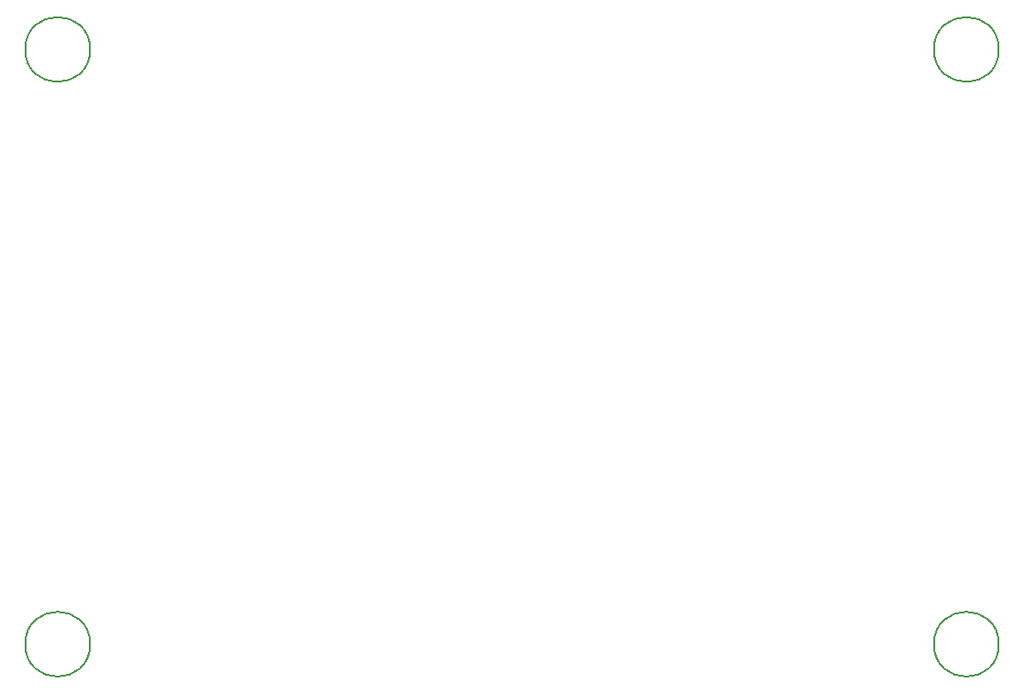
<source format=gbr>
%TF.GenerationSoftware,KiCad,Pcbnew,9.0.4*%
%TF.CreationDate,2025-10-09T22:00:13+02:00*%
%TF.ProjectId,Spikeling_v3.0,5370696b-656c-4696-9e67-5f76332e302e,rev?*%
%TF.SameCoordinates,Original*%
%TF.FileFunction,Other,Comment*%
%FSLAX46Y46*%
G04 Gerber Fmt 4.6, Leading zero omitted, Abs format (unit mm)*
G04 Created by KiCad (PCBNEW 9.0.4) date 2025-10-09 22:00:13*
%MOMM*%
%LPD*%
G01*
G04 APERTURE LIST*
%ADD10C,0.150000*%
G04 APERTURE END LIST*
D10*
%TO.C,H2*%
X207000000Y-55000000D02*
G75*
G02*
X201000000Y-55000000I-3000000J0D01*
G01*
X201000000Y-55000000D02*
G75*
G02*
X207000000Y-55000000I3000000J0D01*
G01*
%TO.C,H1*%
X123000000Y-55000000D02*
G75*
G02*
X117000000Y-55000000I-3000000J0D01*
G01*
X117000000Y-55000000D02*
G75*
G02*
X123000000Y-55000000I3000000J0D01*
G01*
%TO.C,H3*%
X207000000Y-110000000D02*
G75*
G02*
X201000000Y-110000000I-3000000J0D01*
G01*
X201000000Y-110000000D02*
G75*
G02*
X207000000Y-110000000I3000000J0D01*
G01*
%TO.C,H4*%
X123000000Y-110000000D02*
G75*
G02*
X117000000Y-110000000I-3000000J0D01*
G01*
X117000000Y-110000000D02*
G75*
G02*
X123000000Y-110000000I3000000J0D01*
G01*
%TD*%
M02*

</source>
